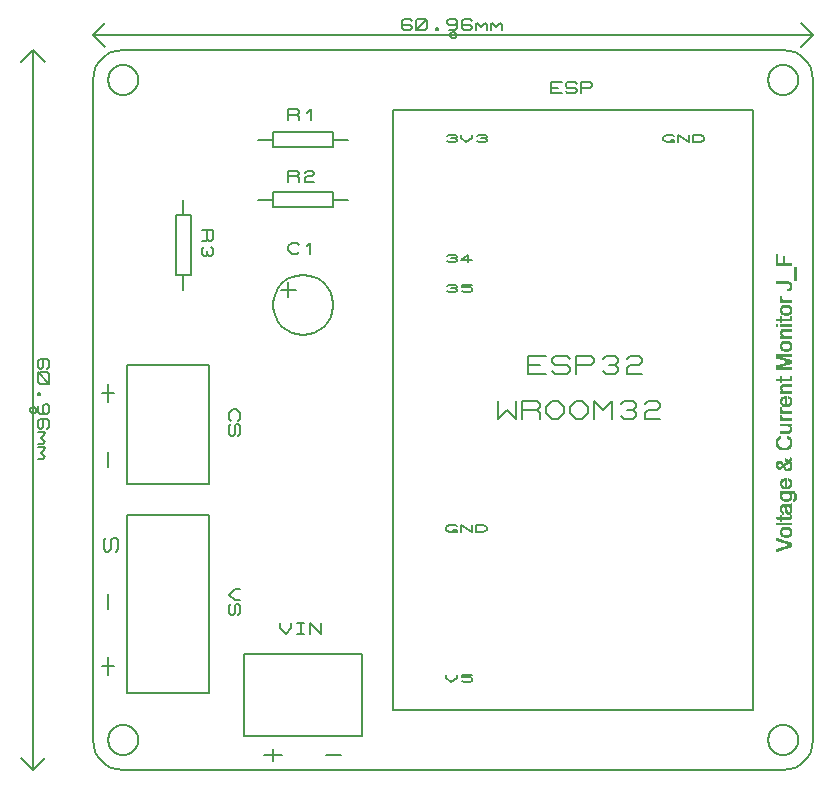
<source format=gbr>
G04 PROTEUS GERBER X2 FILE*
%TF.GenerationSoftware,Labcenter,Proteus,8.17-SP2-Build37159*%
%TF.CreationDate,2024-06-14T20:57:10+00:00*%
%TF.FileFunction,Legend,Top*%
%TF.FilePolarity,Positive*%
%TF.Part,Single*%
%TF.SameCoordinates,{55591e3b-a6ba-419d-b1af-bbe9e4acfd0b}*%
%FSLAX45Y45*%
%MOMM*%
G01*
%TA.AperFunction,Material*%
%ADD14C,0.203200*%
%TA.AperFunction,Profile*%
%ADD11C,0.203200*%
%TA.AperFunction,NonMaterial*%
%ADD15C,0.203200*%
%ADD16C,0.063500*%
%TD.AperFunction*%
D14*
X-508000Y-2540000D02*
X+2540000Y-2540000D01*
X+2540000Y+2540000D01*
X-508000Y+2540000D01*
X-508000Y-2540000D01*
X+787400Y+304800D02*
X+635000Y+304800D01*
X+635000Y+457200D01*
X+787400Y+457200D01*
X+635000Y+381000D02*
X+736600Y+381000D01*
X+838200Y+330200D02*
X+863600Y+304800D01*
X+965200Y+304800D01*
X+990600Y+330200D01*
X+990600Y+355600D01*
X+965200Y+381000D01*
X+863600Y+381000D01*
X+838200Y+406400D01*
X+838200Y+431800D01*
X+863600Y+457200D01*
X+965200Y+457200D01*
X+990600Y+431800D01*
X+1041400Y+304800D02*
X+1041400Y+457200D01*
X+1168400Y+457200D01*
X+1193800Y+431800D01*
X+1193800Y+406400D01*
X+1168400Y+381000D01*
X+1041400Y+381000D01*
X+1270000Y+431800D02*
X+1295400Y+457200D01*
X+1371600Y+457200D01*
X+1397000Y+431800D01*
X+1397000Y+406400D01*
X+1371600Y+381000D01*
X+1397000Y+355600D01*
X+1397000Y+330200D01*
X+1371600Y+304800D01*
X+1295400Y+304800D01*
X+1270000Y+330200D01*
X+1320800Y+381000D02*
X+1371600Y+381000D01*
X+1473200Y+431800D02*
X+1498600Y+457200D01*
X+1574800Y+457200D01*
X+1600200Y+431800D01*
X+1600200Y+406400D01*
X+1574800Y+381000D01*
X+1498600Y+381000D01*
X+1473200Y+355600D01*
X+1473200Y+304800D01*
X+1600200Y+304800D01*
X+381000Y+76200D02*
X+381000Y-76200D01*
X+457200Y+0D01*
X+533400Y-76200D01*
X+533400Y+76200D01*
X+584200Y-76200D02*
X+584200Y+76200D01*
X+711200Y+76200D01*
X+736600Y+50800D01*
X+736600Y+25400D01*
X+711200Y+0D01*
X+584200Y+0D01*
X+711200Y+0D02*
X+736600Y-25400D01*
X+736600Y-76200D01*
X+787400Y+25400D02*
X+838200Y+76200D01*
X+889000Y+76200D01*
X+939800Y+25400D01*
X+939800Y-25400D01*
X+889000Y-76200D01*
X+838200Y-76200D01*
X+787400Y-25400D01*
X+787400Y+25400D01*
X+990600Y+25400D02*
X+1041400Y+76200D01*
X+1092200Y+76200D01*
X+1143000Y+25400D01*
X+1143000Y-25400D01*
X+1092200Y-76200D01*
X+1041400Y-76200D01*
X+990600Y-25400D01*
X+990600Y+25400D01*
X+1193800Y-76200D02*
X+1193800Y+76200D01*
X+1270000Y+0D01*
X+1346200Y+76200D01*
X+1346200Y-76200D01*
X+1422400Y+50800D02*
X+1447800Y+76200D01*
X+1524000Y+76200D01*
X+1549400Y+50800D01*
X+1549400Y+25400D01*
X+1524000Y+0D01*
X+1549400Y-25400D01*
X+1549400Y-50800D01*
X+1524000Y-76200D01*
X+1447800Y-76200D01*
X+1422400Y-50800D01*
X+1473200Y+0D02*
X+1524000Y+0D01*
X+1625600Y+50800D02*
X+1651000Y+76200D01*
X+1727200Y+76200D01*
X+1752600Y+50800D01*
X+1752600Y+25400D01*
X+1727200Y+0D01*
X+1651000Y+0D01*
X+1625600Y-25400D01*
X+1625600Y-76200D01*
X+1752600Y-76200D01*
X+920750Y+2682240D02*
X+825500Y+2682240D01*
X+825500Y+2773680D01*
X+920750Y+2773680D01*
X+825500Y+2727960D02*
X+889000Y+2727960D01*
X+952500Y+2697480D02*
X+968375Y+2682240D01*
X+1031875Y+2682240D01*
X+1047750Y+2697480D01*
X+1047750Y+2712720D01*
X+1031875Y+2727960D01*
X+968375Y+2727960D01*
X+952500Y+2743200D01*
X+952500Y+2758440D01*
X+968375Y+2773680D01*
X+1031875Y+2773680D01*
X+1047750Y+2758440D01*
X+1079500Y+2682240D02*
X+1079500Y+2773680D01*
X+1158875Y+2773680D01*
X+1174750Y+2758440D01*
X+1174750Y+2743200D01*
X+1158875Y+2727960D01*
X+1079500Y+2727960D01*
X-2763000Y-623000D02*
X-2063000Y-623000D01*
X-2063000Y+377000D01*
X-2763000Y+377000D01*
X-2763000Y-623000D01*
X-1880120Y-91250D02*
X-1895360Y-75375D01*
X-1895360Y-27750D01*
X-1864880Y+4000D01*
X-1834400Y+4000D01*
X-1803920Y-27750D01*
X-1803920Y-75375D01*
X-1819160Y-91250D01*
X-1880120Y-123000D02*
X-1895360Y-138875D01*
X-1895360Y-202375D01*
X-1880120Y-218250D01*
X-1864880Y-218250D01*
X-1849640Y-202375D01*
X-1849640Y-138875D01*
X-1834400Y-123000D01*
X-1819160Y-123000D01*
X-1803920Y-138875D01*
X-1803920Y-202375D01*
X-1819160Y-218250D01*
X-1016000Y+889000D02*
X-1016827Y+909483D01*
X-1023545Y+950450D01*
X-1037563Y+991417D01*
X-1060341Y+1032384D01*
X-1095141Y+1073229D01*
X-1136108Y+1104845D01*
X-1177075Y+1125392D01*
X-1218042Y+1137629D01*
X-1259009Y+1142762D01*
X-1270000Y+1143000D01*
X-1524000Y+889000D02*
X-1523173Y+909483D01*
X-1516455Y+950450D01*
X-1502437Y+991417D01*
X-1479659Y+1032384D01*
X-1444859Y+1073229D01*
X-1403892Y+1104845D01*
X-1362925Y+1125392D01*
X-1321958Y+1137629D01*
X-1280991Y+1142762D01*
X-1270000Y+1143000D01*
X-1524000Y+889000D02*
X-1523173Y+868517D01*
X-1516455Y+827550D01*
X-1502437Y+786583D01*
X-1479659Y+745616D01*
X-1444859Y+704771D01*
X-1403892Y+673155D01*
X-1362925Y+652608D01*
X-1321958Y+640371D01*
X-1280991Y+635238D01*
X-1270000Y+635000D01*
X-1016000Y+889000D02*
X-1016827Y+868517D01*
X-1023545Y+827550D01*
X-1037563Y+786583D01*
X-1060341Y+745616D01*
X-1095141Y+704771D01*
X-1136108Y+673155D01*
X-1177075Y+652608D01*
X-1218042Y+640371D01*
X-1259009Y+635238D01*
X-1270000Y+635000D01*
X-1460500Y+1016000D02*
X-1333500Y+1016000D01*
X-1397000Y+1079500D02*
X-1397000Y+952500D01*
X-1302670Y+1338580D02*
X-1318545Y+1323340D01*
X-1366170Y+1323340D01*
X-1397920Y+1353820D01*
X-1397920Y+1384300D01*
X-1366170Y+1414780D01*
X-1318545Y+1414780D01*
X-1302670Y+1399540D01*
X-1239170Y+1384300D02*
X-1207420Y+1414780D01*
X-1207420Y+1323340D01*
X-1651000Y+2286000D02*
X-1524000Y+2286000D01*
X-1524000Y+2222500D02*
X-1016000Y+2222500D01*
X-1016000Y+2349500D01*
X-1524000Y+2349500D01*
X-1524000Y+2222500D01*
X-1016000Y+2286000D02*
X-889000Y+2286000D01*
X-1397000Y+2453640D02*
X-1397000Y+2545080D01*
X-1317625Y+2545080D01*
X-1301750Y+2529840D01*
X-1301750Y+2514600D01*
X-1317625Y+2499360D01*
X-1397000Y+2499360D01*
X-1317625Y+2499360D02*
X-1301750Y+2484120D01*
X-1301750Y+2453640D01*
X-1238250Y+2514600D02*
X-1206500Y+2545080D01*
X-1206500Y+2453640D01*
X-1651000Y+1778000D02*
X-1524000Y+1778000D01*
X-1524000Y+1714500D02*
X-1016000Y+1714500D01*
X-1016000Y+1841500D01*
X-1524000Y+1841500D01*
X-1524000Y+1714500D01*
X-1016000Y+1778000D02*
X-889000Y+1778000D01*
X-1397000Y+1932940D02*
X-1397000Y+2024380D01*
X-1317625Y+2024380D01*
X-1301750Y+2009140D01*
X-1301750Y+1993900D01*
X-1317625Y+1978660D01*
X-1397000Y+1978660D01*
X-1317625Y+1978660D02*
X-1301750Y+1963420D01*
X-1301750Y+1932940D01*
X-1254125Y+2009140D02*
X-1238250Y+2024380D01*
X-1190625Y+2024380D01*
X-1174750Y+2009140D01*
X-1174750Y+1993900D01*
X-1190625Y+1978660D01*
X-1238250Y+1978660D01*
X-1254125Y+1963420D01*
X-1254125Y+1932940D01*
X-1174750Y+1932940D01*
X-2286000Y+1016000D02*
X-2286000Y+1143000D01*
X-2349500Y+1143000D02*
X-2222500Y+1143000D01*
X-2222500Y+1651000D01*
X-2349500Y+1651000D01*
X-2349500Y+1143000D01*
X-2286000Y+1651000D02*
X-2286000Y+1778000D01*
X-2125980Y+1524000D02*
X-2034540Y+1524000D01*
X-2034540Y+1444625D01*
X-2049780Y+1428750D01*
X-2065020Y+1428750D01*
X-2080260Y+1444625D01*
X-2080260Y+1524000D01*
X-2080260Y+1444625D02*
X-2095500Y+1428750D01*
X-2125980Y+1428750D01*
X-2049780Y+1381125D02*
X-2034540Y+1365250D01*
X-2034540Y+1317625D01*
X-2049780Y+1301750D01*
X-2065020Y+1301750D01*
X-2080260Y+1317625D01*
X-2095500Y+1301750D01*
X-2110740Y+1301750D01*
X-2125980Y+1317625D01*
X-2125980Y+1365250D01*
X-2110740Y+1381125D01*
X-2080260Y+1349375D02*
X-2080260Y+1317625D01*
X-2763000Y-2393000D02*
X-2063000Y-2393000D01*
X-2063000Y-893000D01*
X-2763000Y-893000D01*
X-2763000Y-2393000D01*
X-1803920Y-1516000D02*
X-1849640Y-1516000D01*
X-1895360Y-1563625D01*
X-1849640Y-1611250D01*
X-1803920Y-1611250D01*
X-1880120Y-1643000D02*
X-1895360Y-1658875D01*
X-1895360Y-1722375D01*
X-1880120Y-1738250D01*
X-1864880Y-1738250D01*
X-1849640Y-1722375D01*
X-1849640Y-1658875D01*
X-1834400Y-1643000D01*
X-1819160Y-1643000D01*
X-1803920Y-1658875D01*
X-1803920Y-1722375D01*
X-1819160Y-1738250D01*
D11*
X+2921000Y-2794000D02*
X+2920573Y-2783591D01*
X+2917101Y-2762772D01*
X+2909845Y-2741953D01*
X+2898017Y-2721134D01*
X+2879920Y-2700476D01*
X+2859101Y-2684955D01*
X+2838282Y-2674970D01*
X+2817463Y-2669186D01*
X+2796644Y-2667028D01*
X+2794000Y-2667000D01*
X+2667000Y-2794000D02*
X+2667427Y-2783591D01*
X+2670899Y-2762772D01*
X+2678155Y-2741953D01*
X+2689983Y-2721134D01*
X+2708080Y-2700476D01*
X+2728899Y-2684955D01*
X+2749718Y-2674970D01*
X+2770537Y-2669186D01*
X+2791356Y-2667028D01*
X+2794000Y-2667000D01*
X+2667000Y-2794000D02*
X+2667427Y-2804409D01*
X+2670899Y-2825228D01*
X+2678155Y-2846047D01*
X+2689983Y-2866866D01*
X+2708080Y-2887524D01*
X+2728899Y-2903045D01*
X+2749718Y-2913030D01*
X+2770537Y-2918814D01*
X+2791356Y-2920972D01*
X+2794000Y-2921000D01*
X+2921000Y-2794000D02*
X+2920573Y-2804409D01*
X+2917101Y-2825228D01*
X+2909845Y-2846047D01*
X+2898017Y-2866866D01*
X+2879920Y-2887524D01*
X+2859101Y-2903045D01*
X+2838282Y-2913030D01*
X+2817463Y-2918814D01*
X+2796644Y-2920972D01*
X+2794000Y-2921000D01*
X-2667000Y-2794000D02*
X-2667427Y-2783591D01*
X-2670899Y-2762772D01*
X-2678155Y-2741953D01*
X-2689983Y-2721134D01*
X-2708080Y-2700476D01*
X-2728899Y-2684955D01*
X-2749718Y-2674970D01*
X-2770537Y-2669186D01*
X-2791356Y-2667028D01*
X-2794000Y-2667000D01*
X-2921000Y-2794000D02*
X-2920573Y-2783591D01*
X-2917101Y-2762772D01*
X-2909845Y-2741953D01*
X-2898017Y-2721134D01*
X-2879920Y-2700476D01*
X-2859101Y-2684955D01*
X-2838282Y-2674970D01*
X-2817463Y-2669186D01*
X-2796644Y-2667028D01*
X-2794000Y-2667000D01*
X-2921000Y-2794000D02*
X-2920573Y-2804409D01*
X-2917101Y-2825228D01*
X-2909845Y-2846047D01*
X-2898017Y-2866866D01*
X-2879920Y-2887524D01*
X-2859101Y-2903045D01*
X-2838282Y-2913030D01*
X-2817463Y-2918814D01*
X-2796644Y-2920972D01*
X-2794000Y-2921000D01*
X-2667000Y-2794000D02*
X-2667427Y-2804409D01*
X-2670899Y-2825228D01*
X-2678155Y-2846047D01*
X-2689983Y-2866866D01*
X-2708080Y-2887524D01*
X-2728899Y-2903045D01*
X-2749718Y-2913030D01*
X-2770537Y-2918814D01*
X-2791356Y-2920972D01*
X-2794000Y-2921000D01*
X-2667000Y+2794000D02*
X-2667427Y+2804409D01*
X-2670899Y+2825228D01*
X-2678155Y+2846047D01*
X-2689983Y+2866866D01*
X-2708080Y+2887524D01*
X-2728899Y+2903045D01*
X-2749718Y+2913030D01*
X-2770537Y+2918814D01*
X-2791356Y+2920972D01*
X-2794000Y+2921000D01*
X-2921000Y+2794000D02*
X-2920573Y+2804409D01*
X-2917101Y+2825228D01*
X-2909845Y+2846047D01*
X-2898017Y+2866866D01*
X-2879920Y+2887524D01*
X-2859101Y+2903045D01*
X-2838282Y+2913030D01*
X-2817463Y+2918814D01*
X-2796644Y+2920972D01*
X-2794000Y+2921000D01*
X-2921000Y+2794000D02*
X-2920573Y+2783591D01*
X-2917101Y+2762772D01*
X-2909845Y+2741953D01*
X-2898017Y+2721134D01*
X-2879920Y+2700476D01*
X-2859101Y+2684955D01*
X-2838282Y+2674970D01*
X-2817463Y+2669186D01*
X-2796644Y+2667028D01*
X-2794000Y+2667000D01*
X-2667000Y+2794000D02*
X-2667427Y+2783591D01*
X-2670899Y+2762772D01*
X-2678155Y+2741953D01*
X-2689983Y+2721134D01*
X-2708080Y+2700476D01*
X-2728899Y+2684955D01*
X-2749718Y+2674970D01*
X-2770537Y+2669186D01*
X-2791356Y+2667028D01*
X-2794000Y+2667000D01*
X+2921000Y+2794000D02*
X+2920573Y+2804409D01*
X+2917101Y+2825228D01*
X+2909845Y+2846047D01*
X+2898017Y+2866866D01*
X+2879920Y+2887524D01*
X+2859101Y+2903045D01*
X+2838282Y+2913030D01*
X+2817463Y+2918814D01*
X+2796644Y+2920972D01*
X+2794000Y+2921000D01*
X+2667000Y+2794000D02*
X+2667427Y+2804409D01*
X+2670899Y+2825228D01*
X+2678155Y+2846047D01*
X+2689983Y+2866866D01*
X+2708080Y+2887524D01*
X+2728899Y+2903045D01*
X+2749718Y+2913030D01*
X+2770537Y+2918814D01*
X+2791356Y+2920972D01*
X+2794000Y+2921000D01*
X+2667000Y+2794000D02*
X+2667427Y+2783591D01*
X+2670899Y+2762772D01*
X+2678155Y+2741953D01*
X+2689983Y+2721134D01*
X+2708080Y+2700476D01*
X+2728899Y+2684955D01*
X+2749718Y+2674970D01*
X+2770537Y+2669186D01*
X+2791356Y+2667028D01*
X+2794000Y+2667000D01*
X+2921000Y+2794000D02*
X+2920573Y+2783591D01*
X+2917101Y+2762772D01*
X+2909845Y+2741953D01*
X+2898017Y+2721134D01*
X+2879920Y+2700476D01*
X+2859101Y+2684955D01*
X+2838282Y+2674970D01*
X+2817463Y+2669186D01*
X+2796644Y+2667028D01*
X+2794000Y+2667000D01*
X-2794000Y-3048000D02*
X-2845183Y-3042839D01*
X-2892859Y-3028036D01*
X-2936004Y-3004615D01*
X-2973597Y-2973597D01*
X-3004615Y-2936004D01*
X-3028036Y-2892859D01*
X-3042839Y-2845183D01*
X-3048000Y-2794000D01*
X+2794000Y-3048000D02*
X+2845183Y-3042839D01*
X+2892859Y-3028036D01*
X+2936004Y-3004615D01*
X+2973597Y-2973597D01*
X+3004615Y-2936004D01*
X+3028036Y-2892859D01*
X+3042839Y-2845183D01*
X+3048000Y-2794000D01*
X+3048000Y+2794000D02*
X+3042839Y+2845183D01*
X+3028036Y+2892859D01*
X+3004615Y+2936004D01*
X+2973597Y+2973597D01*
X+2936004Y+3004615D01*
X+2892859Y+3028036D01*
X+2845183Y+3042839D01*
X+2794000Y+3048000D01*
X-3048000Y+2794000D02*
X-3042839Y+2845183D01*
X-3028036Y+2892859D01*
X-3004615Y+2936004D01*
X-2973597Y+2973597D01*
X-2936004Y+3004615D01*
X-2892859Y+3028036D01*
X-2845183Y+3042839D01*
X-2794000Y+3048000D01*
X-3048000Y+2794000D02*
X-3048000Y-2794000D01*
X-2794000Y-3048000D02*
X+2794000Y-3048000D01*
X+3048000Y-2794000D02*
X+3048000Y+2794000D01*
X+2794000Y+3048000D02*
X-2794000Y+3048000D01*
D14*
X-1774000Y-2763000D02*
X-774000Y-2763000D01*
X-774000Y-2063000D01*
X-1774000Y-2063000D01*
X-1774000Y-2763000D01*
X-1464500Y-1803920D02*
X-1464500Y-1849640D01*
X-1416875Y-1895360D01*
X-1369250Y-1849640D01*
X-1369250Y-1803920D01*
X-1321625Y-1803920D02*
X-1258125Y-1803920D01*
X-1289875Y-1803920D02*
X-1289875Y-1895360D01*
X-1321625Y-1895360D02*
X-1258125Y-1895360D01*
X-1210500Y-1895360D02*
X-1210500Y-1803920D01*
X-1115250Y-1895360D01*
X-1115250Y-1803920D01*
D15*
X-1600200Y-2921000D02*
X-1447800Y-2921000D01*
X-1524000Y-2870200D02*
X-1524000Y-2971800D01*
X-952500Y-2921000D02*
X-1079500Y-2921000D01*
X-2921000Y+63500D02*
X-2921000Y+215900D01*
X-2971800Y+139700D02*
X-2870200Y+139700D01*
X-2921000Y-2095500D02*
X-2921000Y-2247900D01*
X-2870200Y-2171700D02*
X-2971800Y-2171700D01*
X-2921000Y-1689100D02*
X-2921000Y-1562100D01*
X-2921000Y-482600D02*
X-2921000Y-355600D01*
X-63500Y-2242820D02*
X-63500Y-2273300D01*
X-15875Y-2303780D01*
X+31750Y-2273300D01*
X+31750Y-2242820D01*
X+158750Y-2242820D02*
X+79375Y-2242820D01*
X+79375Y-2263140D01*
X+142875Y-2263140D01*
X+158750Y-2273300D01*
X+158750Y-2293620D01*
X+142875Y-2303780D01*
X+95250Y-2303780D01*
X+79375Y-2293620D01*
X+0Y-1013460D02*
X+31750Y-1013460D01*
X+31750Y-1033780D01*
X-31750Y-1033780D01*
X-63500Y-1013460D01*
X-63500Y-993140D01*
X-31750Y-972820D01*
X+15875Y-972820D01*
X+31750Y-982980D01*
X+63500Y-1033780D02*
X+63500Y-972820D01*
X+158750Y-1033780D01*
X+158750Y-972820D01*
X+190500Y-1033780D02*
X+190500Y-972820D01*
X+254000Y-972820D01*
X+285750Y-993140D01*
X+285750Y-1013460D01*
X+254000Y-1033780D01*
X+190500Y-1033780D01*
X-47625Y+2319020D02*
X-31750Y+2329180D01*
X+15875Y+2329180D01*
X+31750Y+2319020D01*
X+31750Y+2308860D01*
X+15875Y+2298700D01*
X+31750Y+2288540D01*
X+31750Y+2278380D01*
X+15875Y+2268220D01*
X-31750Y+2268220D01*
X-47625Y+2278380D01*
X-15875Y+2298700D02*
X+15875Y+2298700D01*
X+63500Y+2329180D02*
X+63500Y+2298700D01*
X+111125Y+2268220D01*
X+158750Y+2298700D01*
X+158750Y+2329180D01*
X+206375Y+2319020D02*
X+222250Y+2329180D01*
X+269875Y+2329180D01*
X+285750Y+2319020D01*
X+285750Y+2308860D01*
X+269875Y+2298700D01*
X+285750Y+2288540D01*
X+285750Y+2278380D01*
X+269875Y+2268220D01*
X+222250Y+2268220D01*
X+206375Y+2278380D01*
X+238125Y+2298700D02*
X+269875Y+2298700D01*
X+1841500Y+2288540D02*
X+1873250Y+2288540D01*
X+1873250Y+2268220D01*
X+1809750Y+2268220D01*
X+1778000Y+2288540D01*
X+1778000Y+2308860D01*
X+1809750Y+2329180D01*
X+1857375Y+2329180D01*
X+1873250Y+2319020D01*
X+1905000Y+2268220D02*
X+1905000Y+2329180D01*
X+2000250Y+2268220D01*
X+2000250Y+2329180D01*
X+2032000Y+2268220D02*
X+2032000Y+2329180D01*
X+2095500Y+2329180D01*
X+2127250Y+2308860D01*
X+2127250Y+2288540D01*
X+2095500Y+2268220D01*
X+2032000Y+2268220D01*
X-47625Y+1303020D02*
X-31750Y+1313180D01*
X+15875Y+1313180D01*
X+31750Y+1303020D01*
X+31750Y+1292860D01*
X+15875Y+1282700D01*
X+31750Y+1272540D01*
X+31750Y+1262380D01*
X+15875Y+1252220D01*
X-31750Y+1252220D01*
X-47625Y+1262380D01*
X-15875Y+1282700D02*
X+15875Y+1282700D01*
X+158750Y+1272540D02*
X+63500Y+1272540D01*
X+127000Y+1313180D01*
X+127000Y+1252220D01*
X-47625Y+1049020D02*
X-31750Y+1059180D01*
X+15875Y+1059180D01*
X+31750Y+1049020D01*
X+31750Y+1038860D01*
X+15875Y+1028700D01*
X+31750Y+1018540D01*
X+31750Y+1008380D01*
X+15875Y+998220D01*
X-31750Y+998220D01*
X-47625Y+1008380D01*
X-15875Y+1028700D02*
X+15875Y+1028700D01*
X+158750Y+1059180D02*
X+79375Y+1059180D01*
X+79375Y+1038860D01*
X+142875Y+1038860D01*
X+158750Y+1028700D01*
X+158750Y+1008380D01*
X+142875Y+998220D01*
X+95250Y+998220D01*
X+79375Y+1008380D01*
X-3048000Y+3175000D02*
X+3048000Y+3175000D01*
X-3048000Y+3175000D02*
X-2946400Y+3073400D01*
X-3048000Y+3175000D02*
X-2946400Y+3276600D01*
X+3048000Y+3175000D02*
X+2946400Y+3276600D01*
X+3048000Y+3175000D02*
X+2946400Y+3073400D01*
X+25400Y+3175000D02*
X+25312Y+3177109D01*
X+24599Y+3181328D01*
X+23107Y+3185547D01*
X+20667Y+3189766D01*
X+16936Y+3193930D01*
X+12717Y+3196987D01*
X+8498Y+3198936D01*
X+4279Y+3200037D01*
X+60Y+3200400D01*
X+0Y+3200400D01*
X-25400Y+3175000D02*
X-25312Y+3177109D01*
X-24599Y+3181328D01*
X-23107Y+3185547D01*
X-20667Y+3189766D01*
X-16936Y+3193930D01*
X-12717Y+3196987D01*
X-8498Y+3198936D01*
X-4279Y+3200037D01*
X-60Y+3200400D01*
X+0Y+3200400D01*
X-25400Y+3175000D02*
X-25312Y+3172891D01*
X-24599Y+3168672D01*
X-23107Y+3164453D01*
X-20667Y+3160234D01*
X-16936Y+3156070D01*
X-12717Y+3153013D01*
X-8498Y+3151064D01*
X-4279Y+3149963D01*
X-60Y+3149600D01*
X+0Y+3149600D01*
X+25400Y+3175000D02*
X+25312Y+3172891D01*
X+24599Y+3168672D01*
X+23107Y+3164453D01*
X+20667Y+3160234D01*
X+16936Y+3156070D01*
X+12717Y+3153013D01*
X+8498Y+3151064D01*
X+4279Y+3149963D01*
X+60Y+3149600D01*
X+0Y+3149600D01*
X-349250Y+3291840D02*
X-365125Y+3307080D01*
X-412750Y+3307080D01*
X-428625Y+3291840D01*
X-428625Y+3230880D01*
X-412750Y+3215640D01*
X-365125Y+3215640D01*
X-349250Y+3230880D01*
X-349250Y+3246120D01*
X-365125Y+3261360D01*
X-428625Y+3261360D01*
X-317500Y+3230880D02*
X-317500Y+3291840D01*
X-301625Y+3307080D01*
X-238125Y+3307080D01*
X-222250Y+3291840D01*
X-222250Y+3230880D01*
X-238125Y+3215640D01*
X-301625Y+3215640D01*
X-317500Y+3230880D01*
X-317500Y+3215640D02*
X-222250Y+3307080D01*
X-142875Y+3230880D02*
X-127000Y+3230880D01*
X-127000Y+3215640D01*
X-142875Y+3215640D01*
X-142875Y+3230880D01*
X+31750Y+3276600D02*
X+15875Y+3261360D01*
X-31750Y+3261360D01*
X-47625Y+3276600D01*
X-47625Y+3291840D01*
X-31750Y+3307080D01*
X+15875Y+3307080D01*
X+31750Y+3291840D01*
X+31750Y+3230880D01*
X+15875Y+3215640D01*
X-31750Y+3215640D01*
X+158750Y+3291840D02*
X+142875Y+3307080D01*
X+95250Y+3307080D01*
X+79375Y+3291840D01*
X+79375Y+3230880D01*
X+95250Y+3215640D01*
X+142875Y+3215640D01*
X+158750Y+3230880D01*
X+158750Y+3246120D01*
X+142875Y+3261360D01*
X+79375Y+3261360D01*
X+190500Y+3215640D02*
X+190500Y+3276600D01*
X+190500Y+3261360D02*
X+206375Y+3276600D01*
X+238125Y+3246120D01*
X+269875Y+3276600D01*
X+285750Y+3261360D01*
X+285750Y+3215640D01*
X+317500Y+3215640D02*
X+317500Y+3276600D01*
X+317500Y+3261360D02*
X+333375Y+3276600D01*
X+365125Y+3246120D01*
X+396875Y+3276600D01*
X+412750Y+3261360D01*
X+412750Y+3215640D01*
X-3556000Y+3048000D02*
X-3556000Y-3048000D01*
X-3556000Y+3048000D02*
X-3657600Y+2946400D01*
X-3556000Y+3048000D02*
X-3454400Y+2946400D01*
X-3556000Y-3048000D02*
X-3454400Y-2946400D01*
X-3556000Y-3048000D02*
X-3657600Y-2946400D01*
X-3530600Y+0D02*
X-3530688Y+2109D01*
X-3531401Y+6328D01*
X-3532893Y+10547D01*
X-3535333Y+14766D01*
X-3539064Y+18930D01*
X-3543283Y+21987D01*
X-3547502Y+23936D01*
X-3551721Y+25037D01*
X-3555940Y+25400D01*
X-3556000Y+25400D01*
X-3581400Y+0D02*
X-3581312Y+2109D01*
X-3580599Y+6328D01*
X-3579107Y+10547D01*
X-3576667Y+14766D01*
X-3572936Y+18930D01*
X-3568717Y+21987D01*
X-3564498Y+23936D01*
X-3560279Y+25037D01*
X-3556060Y+25400D01*
X-3556000Y+25400D01*
X-3581400Y+0D02*
X-3581312Y-2109D01*
X-3580599Y-6328D01*
X-3579107Y-10547D01*
X-3576667Y-14766D01*
X-3572936Y-18930D01*
X-3568717Y-21987D01*
X-3564498Y-23936D01*
X-3560279Y-25037D01*
X-3556060Y-25400D01*
X-3556000Y-25400D01*
X-3530600Y+0D02*
X-3530688Y-2109D01*
X-3531401Y-6328D01*
X-3532893Y-10547D01*
X-3535333Y-14766D01*
X-3539064Y-18930D01*
X-3543283Y-21987D01*
X-3547502Y-23936D01*
X-3551721Y-25037D01*
X-3555940Y-25400D01*
X-3556000Y-25400D01*
X-3439160Y+349250D02*
X-3423920Y+365125D01*
X-3423920Y+412750D01*
X-3439160Y+428625D01*
X-3500120Y+428625D01*
X-3515360Y+412750D01*
X-3515360Y+365125D01*
X-3500120Y+349250D01*
X-3484880Y+349250D01*
X-3469640Y+365125D01*
X-3469640Y+428625D01*
X-3500120Y+317500D02*
X-3439160Y+317500D01*
X-3423920Y+301625D01*
X-3423920Y+238125D01*
X-3439160Y+222250D01*
X-3500120Y+222250D01*
X-3515360Y+238125D01*
X-3515360Y+301625D01*
X-3500120Y+317500D01*
X-3515360Y+317500D02*
X-3423920Y+222250D01*
X-3500120Y+142875D02*
X-3500120Y+127000D01*
X-3515360Y+127000D01*
X-3515360Y+142875D01*
X-3500120Y+142875D01*
X-3454400Y-31750D02*
X-3469640Y-15875D01*
X-3469640Y+31750D01*
X-3454400Y+47625D01*
X-3439160Y+47625D01*
X-3423920Y+31750D01*
X-3423920Y-15875D01*
X-3439160Y-31750D01*
X-3500120Y-31750D01*
X-3515360Y-15875D01*
X-3515360Y+31750D01*
X-3439160Y-158750D02*
X-3423920Y-142875D01*
X-3423920Y-95250D01*
X-3439160Y-79375D01*
X-3500120Y-79375D01*
X-3515360Y-95250D01*
X-3515360Y-142875D01*
X-3500120Y-158750D01*
X-3484880Y-158750D01*
X-3469640Y-142875D01*
X-3469640Y-79375D01*
X-3515360Y-190500D02*
X-3454400Y-190500D01*
X-3469640Y-190500D02*
X-3454400Y-206375D01*
X-3484880Y-238125D01*
X-3454400Y-269875D01*
X-3469640Y-285750D01*
X-3515360Y-285750D01*
X-3515360Y-317500D02*
X-3454400Y-317500D01*
X-3469640Y-317500D02*
X-3454400Y-333375D01*
X-3484880Y-365125D01*
X-3454400Y-396875D01*
X-3469640Y-412750D01*
X-3515360Y-412750D01*
D16*
X+2733020Y-1197460D02*
X+2733020Y-1182220D01*
X+2733020Y-1095860D02*
X+2733020Y-1080620D01*
X+2733020Y-968860D02*
X+2733020Y-953620D01*
X+2733020Y-476100D02*
X+2733020Y-450700D01*
X+2733020Y-293220D02*
X+2733020Y-257660D01*
X+2733020Y+346860D02*
X+2733020Y+372260D01*
X+2733020Y+448460D02*
X+2733020Y+473860D01*
X+2733020Y+712620D02*
X+2733020Y+727860D01*
X+2733020Y+1073300D02*
X+2733020Y+1088540D01*
X+2733020Y+1225700D02*
X+2733020Y+1317140D01*
X+2738100Y-1197460D02*
X+2738100Y-1177140D01*
X+2738100Y-1100940D02*
X+2738100Y-1080620D01*
X+2738100Y-968860D02*
X+2738100Y-953620D01*
X+2738100Y-918060D02*
X+2738100Y-907900D01*
X+2738100Y-486260D02*
X+2738100Y-440540D01*
X+2738100Y-303380D02*
X+2738100Y-242420D01*
X+2738100Y+255420D02*
X+2738100Y+265580D01*
X+2738100Y+346860D02*
X+2738100Y+377340D01*
X+2738100Y+443380D02*
X+2738100Y+473860D01*
X+2738100Y+712620D02*
X+2738100Y+727860D01*
X+2738100Y+763420D02*
X+2738100Y+773580D01*
X+2738100Y+1073300D02*
X+2738100Y+1088540D01*
X+2738100Y+1225700D02*
X+2738100Y+1317140D01*
X+2743180Y-1192380D02*
X+2743180Y-1177140D01*
X+2743180Y-1100940D02*
X+2743180Y-1085700D01*
X+2743180Y-968860D02*
X+2743180Y-953620D01*
X+2743180Y-923140D02*
X+2743180Y-907900D01*
X+2743180Y-491340D02*
X+2743180Y-435460D01*
X+2743180Y-313540D02*
X+2743180Y-237340D01*
X+2743180Y+250340D02*
X+2743180Y+265580D01*
X+2743180Y+346860D02*
X+2743180Y+377340D01*
X+2743180Y+443380D02*
X+2743180Y+473860D01*
X+2743180Y+712620D02*
X+2743180Y+727860D01*
X+2743180Y+758340D02*
X+2743180Y+773580D01*
X+2743180Y+1073300D02*
X+2743180Y+1088540D01*
X+2743180Y+1225700D02*
X+2743180Y+1317140D01*
X+2748260Y-1192380D02*
X+2748260Y-1177140D01*
X+2748260Y-1100940D02*
X+2748260Y-1085700D01*
X+2748260Y-968860D02*
X+2748260Y-953620D01*
X+2748260Y-923140D02*
X+2748260Y-907900D01*
X+2748260Y-491340D02*
X+2748260Y-471020D01*
X+2748260Y-455780D02*
X+2748260Y-430380D01*
X+2748260Y-318620D02*
X+2748260Y-288140D01*
X+2748260Y-257660D02*
X+2748260Y-232260D01*
X+2748260Y+250340D02*
X+2748260Y+265580D01*
X+2748260Y+346860D02*
X+2748260Y+377340D01*
X+2748260Y+443380D02*
X+2748260Y+473860D01*
X+2748260Y+758340D02*
X+2748260Y+773580D01*
X+2748260Y+1073300D02*
X+2748260Y+1088540D01*
X+2748260Y+1225700D02*
X+2748260Y+1240940D01*
X+2753340Y-1192380D02*
X+2753340Y-1172060D01*
X+2753340Y-1106020D02*
X+2753340Y-1085700D01*
X+2753340Y-968860D02*
X+2753340Y-953620D01*
X+2753340Y-923140D02*
X+2753340Y-907900D01*
X+2753340Y-496420D02*
X+2753340Y-481180D01*
X+2753340Y-445620D02*
X+2753340Y-430380D01*
X+2753340Y-318620D02*
X+2753340Y-298300D01*
X+2753340Y-247500D02*
X+2753340Y-227180D01*
X+2753340Y+250340D02*
X+2753340Y+265580D01*
X+2753340Y+346860D02*
X+2753340Y+382420D01*
X+2753340Y+438300D02*
X+2753340Y+473860D01*
X+2753340Y+758340D02*
X+2753340Y+773580D01*
X+2753340Y+1073300D02*
X+2753340Y+1088540D01*
X+2753340Y+1225700D02*
X+2753340Y+1240940D01*
X+2758420Y-1187300D02*
X+2758420Y-1172060D01*
X+2758420Y-1106020D02*
X+2758420Y-1090780D01*
X+2758420Y-968860D02*
X+2758420Y-953620D01*
X+2758420Y-923140D02*
X+2758420Y-907900D01*
X+2758420Y-496420D02*
X+2758420Y-481180D01*
X+2758420Y-445620D02*
X+2758420Y-430380D01*
X+2758420Y-323700D02*
X+2758420Y-308460D01*
X+2758420Y-242420D02*
X+2758420Y-227180D01*
X+2758420Y+250340D02*
X+2758420Y+265580D01*
X+2758420Y+346860D02*
X+2758420Y+362100D01*
X+2758420Y+367180D02*
X+2758420Y+382420D01*
X+2758420Y+438300D02*
X+2758420Y+453540D01*
X+2758420Y+458620D02*
X+2758420Y+473860D01*
X+2758420Y+758340D02*
X+2758420Y+773580D01*
X+2758420Y+1073300D02*
X+2758420Y+1088540D01*
X+2758420Y+1225700D02*
X+2758420Y+1240940D01*
X+2763500Y-1187300D02*
X+2763500Y-1172060D01*
X+2763500Y-1106020D02*
X+2763500Y-1090780D01*
X+2763500Y-968860D02*
X+2763500Y-953620D01*
X+2763500Y-923140D02*
X+2763500Y-907900D01*
X+2763500Y-496420D02*
X+2763500Y-481180D01*
X+2763500Y-445620D02*
X+2763500Y-430380D01*
X+2763500Y-328780D02*
X+2763500Y-308460D01*
X+2763500Y-242420D02*
X+2763500Y-222100D01*
X+2763500Y+250340D02*
X+2763500Y+265580D01*
X+2763500Y+346860D02*
X+2763500Y+362100D01*
X+2763500Y+367180D02*
X+2763500Y+382420D01*
X+2763500Y+438300D02*
X+2763500Y+453540D01*
X+2763500Y+458620D02*
X+2763500Y+473860D01*
X+2763500Y+758340D02*
X+2763500Y+773580D01*
X+2763500Y+1073300D02*
X+2763500Y+1088540D01*
X+2763500Y+1225700D02*
X+2763500Y+1240940D01*
X+2768580Y-1187300D02*
X+2768580Y-1166980D01*
X+2768580Y-1111100D02*
X+2768580Y-1090780D01*
X+2768580Y-1050140D02*
X+2768580Y-1014580D01*
X+2768580Y-968860D02*
X+2768580Y-953620D01*
X+2768580Y-938380D02*
X+2768580Y-887580D01*
X+2768580Y-852020D02*
X+2768580Y-816460D01*
X+2768580Y-745340D02*
X+2768580Y-714860D01*
X+2768580Y-699620D02*
X+2768580Y-684380D01*
X+2768580Y-633580D02*
X+2768580Y-603100D01*
X+2768580Y-496420D02*
X+2768580Y-481180D01*
X+2768580Y-445620D02*
X+2768580Y-430380D01*
X+2768580Y-328780D02*
X+2768580Y-313540D01*
X+2768580Y-237340D02*
X+2768580Y-222100D01*
X+2768580Y-191620D02*
X+2768580Y-176380D01*
X+2768580Y-130660D02*
X+2768580Y-115420D01*
X+2768580Y-84940D02*
X+2768580Y-69700D01*
X+2768580Y-59540D02*
X+2768580Y-39220D01*
X+2768580Y-23980D02*
X+2768580Y-8740D01*
X+2768580Y+1420D02*
X+2768580Y+21740D01*
X+2768580Y+62380D02*
X+2768580Y+92860D01*
X+2768580Y+143660D02*
X+2768580Y+158900D01*
X+2768580Y+174140D02*
X+2768580Y+199540D01*
X+2768580Y+235100D02*
X+2768580Y+285900D01*
X+2768580Y+346860D02*
X+2768580Y+362100D01*
X+2768580Y+367180D02*
X+2768580Y+387500D01*
X+2768580Y+433220D02*
X+2768580Y+453540D01*
X+2768580Y+458620D02*
X+2768580Y+473860D01*
X+2768580Y+524660D02*
X+2768580Y+560220D01*
X+2768580Y+611020D02*
X+2768580Y+626260D01*
X+2768580Y+641500D02*
X+2768580Y+666900D01*
X+2768580Y+712620D02*
X+2768580Y+727860D01*
X+2768580Y+743100D02*
X+2768580Y+793900D01*
X+2768580Y+829460D02*
X+2768580Y+865020D01*
X+2768580Y+915820D02*
X+2768580Y+931060D01*
X+2768580Y+941220D02*
X+2768580Y+961540D01*
X+2768580Y+1073300D02*
X+2768580Y+1088540D01*
X+2768580Y+1225700D02*
X+2768580Y+1240940D01*
X+2773660Y-1182220D02*
X+2773660Y-1166980D01*
X+2773660Y-1111100D02*
X+2773660Y-1095860D01*
X+2773660Y-1055220D02*
X+2773660Y-1009500D01*
X+2773660Y-968860D02*
X+2773660Y-953620D01*
X+2773660Y-938380D02*
X+2773660Y-887580D01*
X+2773660Y-862180D02*
X+2773660Y-806300D01*
X+2773660Y-750420D02*
X+2773660Y-704700D01*
X+2773660Y-699620D02*
X+2773660Y-684380D01*
X+2773660Y-643740D02*
X+2773660Y-598020D01*
X+2773660Y-491340D02*
X+2773660Y-476100D01*
X+2773660Y-450700D02*
X+2773660Y-435460D01*
X+2773660Y-328780D02*
X+2773660Y-313540D01*
X+2773660Y-191620D02*
X+2773660Y-176380D01*
X+2773660Y-130660D02*
X+2773660Y-115420D01*
X+2773660Y-84940D02*
X+2773660Y-69700D01*
X+2773660Y-64620D02*
X+2773660Y-39220D01*
X+2773660Y-23980D02*
X+2773660Y-8740D01*
X+2773660Y-3660D02*
X+2773660Y+21740D01*
X+2773660Y+52220D02*
X+2773660Y+97940D01*
X+2773660Y+143660D02*
X+2773660Y+158900D01*
X+2773660Y+163980D02*
X+2773660Y+209700D01*
X+2773660Y+235100D02*
X+2773660Y+285900D01*
X+2773660Y+346860D02*
X+2773660Y+362100D01*
X+2773660Y+372260D02*
X+2773660Y+387500D01*
X+2773660Y+433220D02*
X+2773660Y+448460D01*
X+2773660Y+458620D02*
X+2773660Y+473860D01*
X+2773660Y+519580D02*
X+2773660Y+565300D01*
X+2773660Y+611020D02*
X+2773660Y+626260D01*
X+2773660Y+631340D02*
X+2773660Y+677060D01*
X+2773660Y+712620D02*
X+2773660Y+727860D01*
X+2773660Y+743100D02*
X+2773660Y+793900D01*
X+2773660Y+824380D02*
X+2773660Y+870100D01*
X+2773660Y+915820D02*
X+2773660Y+931060D01*
X+2773660Y+936140D02*
X+2773660Y+961540D01*
X+2773660Y+1073300D02*
X+2773660Y+1088540D01*
X+2773660Y+1225700D02*
X+2773660Y+1240940D01*
X+2778740Y-1182220D02*
X+2778740Y-1161900D01*
X+2778740Y-1116180D02*
X+2778740Y-1095860D01*
X+2778740Y-1065380D02*
X+2778740Y-999340D01*
X+2778740Y-968860D02*
X+2778740Y-953620D01*
X+2778740Y-938380D02*
X+2778740Y-887580D01*
X+2778740Y-867260D02*
X+2778740Y-801220D01*
X+2778740Y-755500D02*
X+2778740Y-684380D01*
X+2778740Y-648820D02*
X+2778740Y-587860D01*
X+2778740Y-491340D02*
X+2778740Y-471020D01*
X+2778740Y-460860D02*
X+2778740Y-435460D01*
X+2778740Y-333860D02*
X+2778740Y-318620D01*
X+2778740Y-191620D02*
X+2778740Y-176380D01*
X+2778740Y-130660D02*
X+2778740Y-115420D01*
X+2778740Y-84940D02*
X+2778740Y-44300D01*
X+2778740Y-23980D02*
X+2778740Y+16660D01*
X+2778740Y+47140D02*
X+2778740Y+108100D01*
X+2778740Y+143660D02*
X+2778740Y+214780D01*
X+2778740Y+235100D02*
X+2778740Y+285900D01*
X+2778740Y+346860D02*
X+2778740Y+362100D01*
X+2778740Y+372260D02*
X+2778740Y+387500D01*
X+2778740Y+433220D02*
X+2778740Y+448460D01*
X+2778740Y+458620D02*
X+2778740Y+473860D01*
X+2778740Y+509420D02*
X+2778740Y+575460D01*
X+2778740Y+611020D02*
X+2778740Y+682140D01*
X+2778740Y+712620D02*
X+2778740Y+727860D01*
X+2778740Y+743100D02*
X+2778740Y+793900D01*
X+2778740Y+814220D02*
X+2778740Y+880260D01*
X+2778740Y+915820D02*
X+2778740Y+956460D01*
X+2778740Y+1073300D02*
X+2778740Y+1088540D01*
X+2778740Y+1225700D02*
X+2778740Y+1240940D01*
X+2783820Y-1177140D02*
X+2783820Y-1161900D01*
X+2783820Y-1116180D02*
X+2783820Y-1100940D01*
X+2783820Y-1065380D02*
X+2783820Y-1045060D01*
X+2783820Y-1019660D02*
X+2783820Y-999340D01*
X+2783820Y-968860D02*
X+2783820Y-953620D01*
X+2783820Y-923140D02*
X+2783820Y-907900D01*
X+2783820Y-872340D02*
X+2783820Y-852020D01*
X+2783820Y-821540D02*
X+2783820Y-796140D01*
X+2783820Y-760580D02*
X+2783820Y-740260D01*
X+2783820Y-714860D02*
X+2783820Y-684380D01*
X+2783820Y-653900D02*
X+2783820Y-633580D01*
X+2783820Y-608180D02*
X+2783820Y-587860D01*
X+2783820Y-486260D02*
X+2783820Y-440540D01*
X+2783820Y-333860D02*
X+2783820Y-318620D01*
X+2783820Y-191620D02*
X+2783820Y-176380D01*
X+2783820Y-130660D02*
X+2783820Y-115420D01*
X+2783820Y-84940D02*
X+2783820Y-59540D01*
X+2783820Y-23980D02*
X+2783820Y+1420D01*
X+2783820Y+42060D02*
X+2783820Y+62380D01*
X+2783820Y+87780D02*
X+2783820Y+108100D01*
X+2783820Y+143660D02*
X+2783820Y+174140D01*
X+2783820Y+194460D02*
X+2783820Y+214780D01*
X+2783820Y+250340D02*
X+2783820Y+265580D01*
X+2783820Y+346860D02*
X+2783820Y+362100D01*
X+2783820Y+372260D02*
X+2783820Y+392580D01*
X+2783820Y+428140D02*
X+2783820Y+448460D01*
X+2783820Y+458620D02*
X+2783820Y+473860D01*
X+2783820Y+509420D02*
X+2783820Y+529740D01*
X+2783820Y+555140D02*
X+2783820Y+575460D01*
X+2783820Y+611020D02*
X+2783820Y+641500D01*
X+2783820Y+661820D02*
X+2783820Y+682140D01*
X+2783820Y+712620D02*
X+2783820Y+727860D01*
X+2783820Y+758340D02*
X+2783820Y+773580D01*
X+2783820Y+814220D02*
X+2783820Y+834540D01*
X+2783820Y+859940D02*
X+2783820Y+880260D01*
X+2783820Y+915820D02*
X+2783820Y+941220D01*
X+2783820Y+1073300D02*
X+2783820Y+1088540D01*
X+2783820Y+1225700D02*
X+2783820Y+1240940D01*
X+2788900Y-1177140D02*
X+2788900Y-1161900D01*
X+2788900Y-1116180D02*
X+2788900Y-1100940D01*
X+2788900Y-1070460D02*
X+2788900Y-1050140D01*
X+2788900Y-1014580D02*
X+2788900Y-994260D01*
X+2788900Y-968860D02*
X+2788900Y-953620D01*
X+2788900Y-923140D02*
X+2788900Y-907900D01*
X+2788900Y-877420D02*
X+2788900Y-857100D01*
X+2788900Y-811380D02*
X+2788900Y-796140D01*
X+2788900Y-765660D02*
X+2788900Y-745340D01*
X+2788900Y-709780D02*
X+2788900Y-684380D01*
X+2788900Y-658980D02*
X+2788900Y-638660D01*
X+2788900Y-598020D02*
X+2788900Y-582780D01*
X+2788900Y-481180D02*
X+2788900Y-450700D01*
X+2788900Y-333860D02*
X+2788900Y-318620D01*
X+2788900Y-191620D02*
X+2788900Y-176380D01*
X+2788900Y-130660D02*
X+2788900Y-115420D01*
X+2788900Y-84940D02*
X+2788900Y-64620D01*
X+2788900Y-23980D02*
X+2788900Y-3660D01*
X+2788900Y+36980D02*
X+2788900Y+57300D01*
X+2788900Y+97940D02*
X+2788900Y+113180D01*
X+2788900Y+143660D02*
X+2788900Y+163980D01*
X+2788900Y+199540D02*
X+2788900Y+219860D01*
X+2788900Y+250340D02*
X+2788900Y+265580D01*
X+2788900Y+346860D02*
X+2788900Y+362100D01*
X+2788900Y+377340D02*
X+2788900Y+392580D01*
X+2788900Y+428140D02*
X+2788900Y+443380D01*
X+2788900Y+458620D02*
X+2788900Y+473860D01*
X+2788900Y+504340D02*
X+2788900Y+524660D01*
X+2788900Y+560220D02*
X+2788900Y+580540D01*
X+2788900Y+611020D02*
X+2788900Y+631340D01*
X+2788900Y+666900D02*
X+2788900Y+687220D01*
X+2788900Y+712620D02*
X+2788900Y+727860D01*
X+2788900Y+758340D02*
X+2788900Y+773580D01*
X+2788900Y+809140D02*
X+2788900Y+829460D01*
X+2788900Y+865020D02*
X+2788900Y+885340D01*
X+2788900Y+915820D02*
X+2788900Y+936140D01*
X+2788900Y+1073300D02*
X+2788900Y+1088540D01*
X+2788900Y+1225700D02*
X+2788900Y+1240940D01*
X+2793980Y-1177140D02*
X+2793980Y-1156820D01*
X+2793980Y-1121260D02*
X+2793980Y-1100940D01*
X+2793980Y-1070460D02*
X+2793980Y-1055220D01*
X+2793980Y-1009500D02*
X+2793980Y-994260D01*
X+2793980Y-968860D02*
X+2793980Y-953620D01*
X+2793980Y-923140D02*
X+2793980Y-907900D01*
X+2793980Y-877420D02*
X+2793980Y-862180D01*
X+2793980Y-811380D02*
X+2793980Y-796140D01*
X+2793980Y-765660D02*
X+2793980Y-750420D01*
X+2793980Y-704700D02*
X+2793980Y-684380D01*
X+2793980Y-658980D02*
X+2793980Y-643740D01*
X+2793980Y-598020D02*
X+2793980Y-582780D01*
X+2793980Y-486260D02*
X+2793980Y-460860D01*
X+2793980Y-333860D02*
X+2793980Y-318620D01*
X+2793980Y-191620D02*
X+2793980Y-176380D01*
X+2793980Y-130660D02*
X+2793980Y-115420D01*
X+2793980Y-84940D02*
X+2793980Y-69700D01*
X+2793980Y-23980D02*
X+2793980Y-8740D01*
X+2793980Y+36980D02*
X+2793980Y+52220D01*
X+2793980Y+97940D02*
X+2793980Y+113180D01*
X+2793980Y+143660D02*
X+2793980Y+163980D01*
X+2793980Y+204620D02*
X+2793980Y+219860D01*
X+2793980Y+250340D02*
X+2793980Y+265580D01*
X+2793980Y+346860D02*
X+2793980Y+362100D01*
X+2793980Y+377340D02*
X+2793980Y+392580D01*
X+2793980Y+428140D02*
X+2793980Y+443380D01*
X+2793980Y+458620D02*
X+2793980Y+473860D01*
X+2793980Y+504340D02*
X+2793980Y+519580D01*
X+2793980Y+565300D02*
X+2793980Y+580540D01*
X+2793980Y+611020D02*
X+2793980Y+631340D01*
X+2793980Y+671980D02*
X+2793980Y+687220D01*
X+2793980Y+712620D02*
X+2793980Y+727860D01*
X+2793980Y+758340D02*
X+2793980Y+773580D01*
X+2793980Y+809140D02*
X+2793980Y+824380D01*
X+2793980Y+870100D02*
X+2793980Y+885340D01*
X+2793980Y+915820D02*
X+2793980Y+931060D01*
X+2793980Y+1073300D02*
X+2793980Y+1088540D01*
X+2793980Y+1225700D02*
X+2793980Y+1306980D01*
X+2799060Y-1172060D02*
X+2799060Y-1156820D01*
X+2799060Y-1121260D02*
X+2799060Y-1106020D01*
X+2799060Y-1075540D02*
X+2799060Y-1055220D01*
X+2799060Y-1009500D02*
X+2799060Y-989180D01*
X+2799060Y-968860D02*
X+2799060Y-953620D01*
X+2799060Y-923140D02*
X+2799060Y-907900D01*
X+2799060Y-811380D02*
X+2799060Y-796140D01*
X+2799060Y-770740D02*
X+2799060Y-750420D01*
X+2799060Y-704700D02*
X+2799060Y-684380D01*
X+2799060Y-664060D02*
X+2799060Y-648820D01*
X+2799060Y-592940D02*
X+2799060Y-577700D01*
X+2799060Y-496420D02*
X+2799060Y-455780D01*
X+2799060Y-333860D02*
X+2799060Y-318620D01*
X+2799060Y-191620D02*
X+2799060Y-176380D01*
X+2799060Y-130660D02*
X+2799060Y-115420D01*
X+2799060Y-84940D02*
X+2799060Y-69700D01*
X+2799060Y-23980D02*
X+2799060Y-8740D01*
X+2799060Y+31900D02*
X+2799060Y+47140D01*
X+2799060Y+103020D02*
X+2799060Y+118260D01*
X+2799060Y+143660D02*
X+2799060Y+158900D01*
X+2799060Y+204620D02*
X+2799060Y+219860D01*
X+2799060Y+250340D02*
X+2799060Y+265580D01*
X+2799060Y+346860D02*
X+2799060Y+362100D01*
X+2799060Y+377340D02*
X+2799060Y+397660D01*
X+2799060Y+423060D02*
X+2799060Y+443380D01*
X+2799060Y+458620D02*
X+2799060Y+473860D01*
X+2799060Y+499260D02*
X+2799060Y+519580D01*
X+2799060Y+565300D02*
X+2799060Y+585620D01*
X+2799060Y+611020D02*
X+2799060Y+626260D01*
X+2799060Y+671980D02*
X+2799060Y+687220D01*
X+2799060Y+712620D02*
X+2799060Y+727860D01*
X+2799060Y+758340D02*
X+2799060Y+773580D01*
X+2799060Y+804060D02*
X+2799060Y+824380D01*
X+2799060Y+870100D02*
X+2799060Y+890420D01*
X+2799060Y+915820D02*
X+2799060Y+931060D01*
X+2799060Y+1073300D02*
X+2799060Y+1088540D01*
X+2799060Y+1225700D02*
X+2799060Y+1306980D01*
X+2804140Y-1172060D02*
X+2804140Y-1156820D01*
X+2804140Y-1121260D02*
X+2804140Y-1106020D01*
X+2804140Y-1075540D02*
X+2804140Y-1060300D01*
X+2804140Y-1004420D02*
X+2804140Y-989180D01*
X+2804140Y-968860D02*
X+2804140Y-953620D01*
X+2804140Y-923140D02*
X+2804140Y-907900D01*
X+2804140Y-821540D02*
X+2804140Y-796140D01*
X+2804140Y-770740D02*
X+2804140Y-755500D01*
X+2804140Y-699620D02*
X+2804140Y-684380D01*
X+2804140Y-664060D02*
X+2804140Y-648820D01*
X+2804140Y-592940D02*
X+2804140Y-577700D01*
X+2804140Y-501500D02*
X+2804140Y-476100D01*
X+2804140Y-471020D02*
X+2804140Y-450700D01*
X+2804140Y-333860D02*
X+2804140Y-318620D01*
X+2804140Y-191620D02*
X+2804140Y-176380D01*
X+2804140Y-130660D02*
X+2804140Y-115420D01*
X+2804140Y-84940D02*
X+2804140Y-69700D01*
X+2804140Y-23980D02*
X+2804140Y-8740D01*
X+2804140Y+31900D02*
X+2804140Y+47140D01*
X+2804140Y+103020D02*
X+2804140Y+118260D01*
X+2804140Y+143660D02*
X+2804140Y+158900D01*
X+2804140Y+204620D02*
X+2804140Y+219860D01*
X+2804140Y+250340D02*
X+2804140Y+265580D01*
X+2804140Y+346860D02*
X+2804140Y+362100D01*
X+2804140Y+382420D02*
X+2804140Y+397660D01*
X+2804140Y+423060D02*
X+2804140Y+438300D01*
X+2804140Y+458620D02*
X+2804140Y+473860D01*
X+2804140Y+499260D02*
X+2804140Y+514500D01*
X+2804140Y+570380D02*
X+2804140Y+585620D01*
X+2804140Y+611020D02*
X+2804140Y+626260D01*
X+2804140Y+671980D02*
X+2804140Y+687220D01*
X+2804140Y+712620D02*
X+2804140Y+727860D01*
X+2804140Y+758340D02*
X+2804140Y+773580D01*
X+2804140Y+804060D02*
X+2804140Y+819300D01*
X+2804140Y+875180D02*
X+2804140Y+890420D01*
X+2804140Y+915820D02*
X+2804140Y+931060D01*
X+2804140Y+1073300D02*
X+2804140Y+1088540D01*
X+2804140Y+1225700D02*
X+2804140Y+1306980D01*
X+2809220Y-1172060D02*
X+2809220Y-1151740D01*
X+2809220Y-1126340D02*
X+2809220Y-1106020D01*
X+2809220Y-1075540D02*
X+2809220Y-1060300D01*
X+2809220Y-1004420D02*
X+2809220Y-989180D01*
X+2809220Y-968860D02*
X+2809220Y-953620D01*
X+2809220Y-923140D02*
X+2809220Y-907900D01*
X+2809220Y-852020D02*
X+2809220Y-796140D01*
X+2809220Y-770740D02*
X+2809220Y-755500D01*
X+2809220Y-699620D02*
X+2809220Y-684380D01*
X+2809220Y-664060D02*
X+2809220Y-577700D01*
X+2809220Y-506580D02*
X+2809220Y-486260D01*
X+2809220Y-465940D02*
X+2809220Y-450700D01*
X+2809220Y-425300D02*
X+2809220Y-415140D01*
X+2809220Y-333860D02*
X+2809220Y-318620D01*
X+2809220Y-191620D02*
X+2809220Y-176380D01*
X+2809220Y-130660D02*
X+2809220Y-115420D01*
X+2809220Y-84940D02*
X+2809220Y-69700D01*
X+2809220Y-23980D02*
X+2809220Y-8740D01*
X+2809220Y+31900D02*
X+2809220Y+118260D01*
X+2809220Y+143660D02*
X+2809220Y+158900D01*
X+2809220Y+204620D02*
X+2809220Y+219860D01*
X+2809220Y+250340D02*
X+2809220Y+265580D01*
X+2809220Y+346860D02*
X+2809220Y+362100D01*
X+2809220Y+382420D02*
X+2809220Y+397660D01*
X+2809220Y+423060D02*
X+2809220Y+438300D01*
X+2809220Y+458620D02*
X+2809220Y+473860D01*
X+2809220Y+499260D02*
X+2809220Y+514500D01*
X+2809220Y+570380D02*
X+2809220Y+585620D01*
X+2809220Y+611020D02*
X+2809220Y+626260D01*
X+2809220Y+671980D02*
X+2809220Y+687220D01*
X+2809220Y+712620D02*
X+2809220Y+727860D01*
X+2809220Y+758340D02*
X+2809220Y+773580D01*
X+2809220Y+804060D02*
X+2809220Y+819300D01*
X+2809220Y+875180D02*
X+2809220Y+890420D01*
X+2809220Y+915820D02*
X+2809220Y+931060D01*
X+2809220Y+1073300D02*
X+2809220Y+1088540D01*
X+2809220Y+1225700D02*
X+2809220Y+1240940D01*
X+2814300Y-1166980D02*
X+2814300Y-1151740D01*
X+2814300Y-1126340D02*
X+2814300Y-1111100D01*
X+2814300Y-1075540D02*
X+2814300Y-1060300D01*
X+2814300Y-1004420D02*
X+2814300Y-989180D01*
X+2814300Y-968860D02*
X+2814300Y-953620D01*
X+2814300Y-923140D02*
X+2814300Y-907900D01*
X+2814300Y-862180D02*
X+2814300Y-796140D01*
X+2814300Y-770740D02*
X+2814300Y-755500D01*
X+2814300Y-699620D02*
X+2814300Y-684380D01*
X+2814300Y-664060D02*
X+2814300Y-577700D01*
X+2814300Y-506580D02*
X+2814300Y-491340D01*
X+2814300Y-460860D02*
X+2814300Y-445620D01*
X+2814300Y-430380D02*
X+2814300Y-410060D01*
X+2814300Y-333860D02*
X+2814300Y-318620D01*
X+2814300Y-191620D02*
X+2814300Y-176380D01*
X+2814300Y-130660D02*
X+2814300Y-115420D01*
X+2814300Y-84940D02*
X+2814300Y-69700D01*
X+2814300Y-23980D02*
X+2814300Y-8740D01*
X+2814300Y+31900D02*
X+2814300Y+118260D01*
X+2814300Y+143660D02*
X+2814300Y+158900D01*
X+2814300Y+204620D02*
X+2814300Y+219860D01*
X+2814300Y+250340D02*
X+2814300Y+265580D01*
X+2814300Y+346860D02*
X+2814300Y+362100D01*
X+2814300Y+382420D02*
X+2814300Y+402740D01*
X+2814300Y+417980D02*
X+2814300Y+438300D01*
X+2814300Y+458620D02*
X+2814300Y+473860D01*
X+2814300Y+499260D02*
X+2814300Y+514500D01*
X+2814300Y+570380D02*
X+2814300Y+585620D01*
X+2814300Y+611020D02*
X+2814300Y+626260D01*
X+2814300Y+671980D02*
X+2814300Y+687220D01*
X+2814300Y+712620D02*
X+2814300Y+727860D01*
X+2814300Y+758340D02*
X+2814300Y+773580D01*
X+2814300Y+804060D02*
X+2814300Y+819300D01*
X+2814300Y+875180D02*
X+2814300Y+890420D01*
X+2814300Y+915820D02*
X+2814300Y+931060D01*
X+2814300Y+1073300D02*
X+2814300Y+1088540D01*
X+2814300Y+1225700D02*
X+2814300Y+1240940D01*
X+2819380Y-1166980D02*
X+2819380Y-1151740D01*
X+2819380Y-1126340D02*
X+2819380Y-1111100D01*
X+2819380Y-1075540D02*
X+2819380Y-1060300D01*
X+2819380Y-1004420D02*
X+2819380Y-989180D01*
X+2819380Y-968860D02*
X+2819380Y-953620D01*
X+2819380Y-923140D02*
X+2819380Y-907900D01*
X+2819380Y-872340D02*
X+2819380Y-821540D01*
X+2819380Y-811380D02*
X+2819380Y-796140D01*
X+2819380Y-770740D02*
X+2819380Y-755500D01*
X+2819380Y-699620D02*
X+2819380Y-684380D01*
X+2819380Y-664060D02*
X+2819380Y-577700D01*
X+2819380Y-511660D02*
X+2819380Y-496420D01*
X+2819380Y-460860D02*
X+2819380Y-440540D01*
X+2819380Y-430380D02*
X+2819380Y-415140D01*
X+2819380Y-333860D02*
X+2819380Y-318620D01*
X+2819380Y-191620D02*
X+2819380Y-176380D01*
X+2819380Y-130660D02*
X+2819380Y-115420D01*
X+2819380Y-84940D02*
X+2819380Y-69700D01*
X+2819380Y-23980D02*
X+2819380Y-8740D01*
X+2819380Y+31900D02*
X+2819380Y+118260D01*
X+2819380Y+143660D02*
X+2819380Y+158900D01*
X+2819380Y+204620D02*
X+2819380Y+219860D01*
X+2819380Y+250340D02*
X+2819380Y+265580D01*
X+2819380Y+346860D02*
X+2819380Y+362100D01*
X+2819380Y+387500D02*
X+2819380Y+402740D01*
X+2819380Y+417980D02*
X+2819380Y+433220D01*
X+2819380Y+458620D02*
X+2819380Y+473860D01*
X+2819380Y+499260D02*
X+2819380Y+514500D01*
X+2819380Y+570380D02*
X+2819380Y+585620D01*
X+2819380Y+611020D02*
X+2819380Y+626260D01*
X+2819380Y+671980D02*
X+2819380Y+687220D01*
X+2819380Y+712620D02*
X+2819380Y+727860D01*
X+2819380Y+758340D02*
X+2819380Y+773580D01*
X+2819380Y+804060D02*
X+2819380Y+819300D01*
X+2819380Y+875180D02*
X+2819380Y+890420D01*
X+2819380Y+915820D02*
X+2819380Y+931060D01*
X+2819380Y+1073300D02*
X+2819380Y+1088540D01*
X+2819380Y+1225700D02*
X+2819380Y+1240940D01*
X+2824460Y-1166980D02*
X+2824460Y-1146660D01*
X+2824460Y-1131420D02*
X+2824460Y-1111100D01*
X+2824460Y-1075540D02*
X+2824460Y-1060300D01*
X+2824460Y-1004420D02*
X+2824460Y-989180D01*
X+2824460Y-968860D02*
X+2824460Y-953620D01*
X+2824460Y-923140D02*
X+2824460Y-907900D01*
X+2824460Y-872340D02*
X+2824460Y-846940D01*
X+2824460Y-811380D02*
X+2824460Y-796140D01*
X+2824460Y-770740D02*
X+2824460Y-755500D01*
X+2824460Y-699620D02*
X+2824460Y-684380D01*
X+2824460Y-664060D02*
X+2824460Y-648820D01*
X+2824460Y-511660D02*
X+2824460Y-496420D01*
X+2824460Y-455780D02*
X+2824460Y-415140D01*
X+2824460Y-328780D02*
X+2824460Y-313540D01*
X+2824460Y-232260D02*
X+2824460Y-217020D01*
X+2824460Y-191620D02*
X+2824460Y-176380D01*
X+2824460Y-130660D02*
X+2824460Y-115420D01*
X+2824460Y-84940D02*
X+2824460Y-69700D01*
X+2824460Y-23980D02*
X+2824460Y-8740D01*
X+2824460Y+31900D02*
X+2824460Y+47140D01*
X+2824460Y+143660D02*
X+2824460Y+158900D01*
X+2824460Y+204620D02*
X+2824460Y+219860D01*
X+2824460Y+250340D02*
X+2824460Y+265580D01*
X+2824460Y+346860D02*
X+2824460Y+362100D01*
X+2824460Y+387500D02*
X+2824460Y+402740D01*
X+2824460Y+417980D02*
X+2824460Y+433220D01*
X+2824460Y+458620D02*
X+2824460Y+473860D01*
X+2824460Y+499260D02*
X+2824460Y+514500D01*
X+2824460Y+570380D02*
X+2824460Y+585620D01*
X+2824460Y+611020D02*
X+2824460Y+626260D01*
X+2824460Y+671980D02*
X+2824460Y+687220D01*
X+2824460Y+712620D02*
X+2824460Y+727860D01*
X+2824460Y+758340D02*
X+2824460Y+773580D01*
X+2824460Y+804060D02*
X+2824460Y+819300D01*
X+2824460Y+875180D02*
X+2824460Y+890420D01*
X+2824460Y+915820D02*
X+2824460Y+931060D01*
X+2824460Y+1073300D02*
X+2824460Y+1088540D01*
X+2824460Y+1225700D02*
X+2824460Y+1240940D01*
X+2829540Y-1161900D02*
X+2829540Y-1146660D01*
X+2829540Y-1131420D02*
X+2829540Y-1116180D01*
X+2829540Y-1075540D02*
X+2829540Y-1060300D01*
X+2829540Y-1004420D02*
X+2829540Y-989180D01*
X+2829540Y-968860D02*
X+2829540Y-953620D01*
X+2829540Y-923140D02*
X+2829540Y-907900D01*
X+2829540Y-877420D02*
X+2829540Y-857100D01*
X+2829540Y-811380D02*
X+2829540Y-796140D01*
X+2829540Y-770740D02*
X+2829540Y-755500D01*
X+2829540Y-699620D02*
X+2829540Y-684380D01*
X+2829540Y-664060D02*
X+2829540Y-648820D01*
X+2829540Y-511660D02*
X+2829540Y-496420D01*
X+2829540Y-450700D02*
X+2829540Y-415140D01*
X+2829540Y-328780D02*
X+2829540Y-313540D01*
X+2829540Y-237340D02*
X+2829540Y-217020D01*
X+2829540Y-191620D02*
X+2829540Y-176380D01*
X+2829540Y-130660D02*
X+2829540Y-115420D01*
X+2829540Y-84940D02*
X+2829540Y-69700D01*
X+2829540Y-23980D02*
X+2829540Y-8740D01*
X+2829540Y+31900D02*
X+2829540Y+47140D01*
X+2829540Y+143660D02*
X+2829540Y+158900D01*
X+2829540Y+204620D02*
X+2829540Y+219860D01*
X+2829540Y+250340D02*
X+2829540Y+265580D01*
X+2829540Y+346860D02*
X+2829540Y+362100D01*
X+2829540Y+387500D02*
X+2829540Y+407820D01*
X+2829540Y+417980D02*
X+2829540Y+433220D01*
X+2829540Y+458620D02*
X+2829540Y+473860D01*
X+2829540Y+499260D02*
X+2829540Y+514500D01*
X+2829540Y+570380D02*
X+2829540Y+585620D01*
X+2829540Y+611020D02*
X+2829540Y+626260D01*
X+2829540Y+671980D02*
X+2829540Y+687220D01*
X+2829540Y+712620D02*
X+2829540Y+727860D01*
X+2829540Y+758340D02*
X+2829540Y+773580D01*
X+2829540Y+804060D02*
X+2829540Y+819300D01*
X+2829540Y+875180D02*
X+2829540Y+890420D01*
X+2829540Y+915820D02*
X+2829540Y+931060D01*
X+2829540Y+1012340D02*
X+2829540Y+1027580D01*
X+2829540Y+1073300D02*
X+2829540Y+1088540D01*
X+2829540Y+1225700D02*
X+2829540Y+1240940D01*
X+2834620Y-1161900D02*
X+2834620Y-1141580D01*
X+2834620Y-1136500D02*
X+2834620Y-1116180D01*
X+2834620Y-1075540D02*
X+2834620Y-1055220D01*
X+2834620Y-1009500D02*
X+2834620Y-989180D01*
X+2834620Y-968860D02*
X+2834620Y-953620D01*
X+2834620Y-923140D02*
X+2834620Y-907900D01*
X+2834620Y-877420D02*
X+2834620Y-862180D01*
X+2834620Y-811380D02*
X+2834620Y-796140D01*
X+2834620Y-770740D02*
X+2834620Y-750420D01*
X+2834620Y-704700D02*
X+2834620Y-684380D01*
X+2834620Y-664060D02*
X+2834620Y-643740D01*
X+2834620Y-511660D02*
X+2834620Y-496420D01*
X+2834620Y-445620D02*
X+2834620Y-420220D01*
X+2834620Y-328780D02*
X+2834620Y-308460D01*
X+2834620Y-237340D02*
X+2834620Y-222100D01*
X+2834620Y-191620D02*
X+2834620Y-176380D01*
X+2834620Y-130660D02*
X+2834620Y-115420D01*
X+2834620Y-84940D02*
X+2834620Y-69700D01*
X+2834620Y-23980D02*
X+2834620Y-8740D01*
X+2834620Y+31900D02*
X+2834620Y+52220D01*
X+2834620Y+143660D02*
X+2834620Y+158900D01*
X+2834620Y+204620D02*
X+2834620Y+219860D01*
X+2834620Y+250340D02*
X+2834620Y+265580D01*
X+2834620Y+346860D02*
X+2834620Y+362100D01*
X+2834620Y+392580D02*
X+2834620Y+407820D01*
X+2834620Y+412900D02*
X+2834620Y+428140D01*
X+2834620Y+458620D02*
X+2834620Y+473860D01*
X+2834620Y+499260D02*
X+2834620Y+519580D01*
X+2834620Y+565300D02*
X+2834620Y+585620D01*
X+2834620Y+611020D02*
X+2834620Y+626260D01*
X+2834620Y+671980D02*
X+2834620Y+687220D01*
X+2834620Y+712620D02*
X+2834620Y+727860D01*
X+2834620Y+758340D02*
X+2834620Y+773580D01*
X+2834620Y+804060D02*
X+2834620Y+824380D01*
X+2834620Y+870100D02*
X+2834620Y+890420D01*
X+2834620Y+915820D02*
X+2834620Y+931060D01*
X+2834620Y+1012340D02*
X+2834620Y+1027580D01*
X+2834620Y+1073300D02*
X+2834620Y+1088540D01*
X+2834620Y+1225700D02*
X+2834620Y+1240940D01*
X+2839700Y-1156820D02*
X+2839700Y-1141580D01*
X+2839700Y-1136500D02*
X+2839700Y-1121260D01*
X+2839700Y-1070460D02*
X+2839700Y-1055220D01*
X+2839700Y-1009500D02*
X+2839700Y-994260D01*
X+2839700Y-968860D02*
X+2839700Y-953620D01*
X+2839700Y-923140D02*
X+2839700Y-907900D01*
X+2839700Y-877420D02*
X+2839700Y-862180D01*
X+2839700Y-816460D02*
X+2839700Y-796140D01*
X+2839700Y-765660D02*
X+2839700Y-750420D01*
X+2839700Y-704700D02*
X+2839700Y-684380D01*
X+2839700Y-658980D02*
X+2839700Y-643740D01*
X+2839700Y-592940D02*
X+2839700Y-577700D01*
X+2839700Y-511660D02*
X+2839700Y-491340D01*
X+2839700Y-445620D02*
X+2839700Y-420220D01*
X+2839700Y-323700D02*
X+2839700Y-303380D01*
X+2839700Y-242420D02*
X+2839700Y-222100D01*
X+2839700Y-191620D02*
X+2839700Y-176380D01*
X+2839700Y-135740D02*
X+2839700Y-115420D01*
X+2839700Y-84940D02*
X+2839700Y-69700D01*
X+2839700Y-23980D02*
X+2839700Y-8740D01*
X+2839700Y+36980D02*
X+2839700Y+52220D01*
X+2839700Y+103020D02*
X+2839700Y+118260D01*
X+2839700Y+143660D02*
X+2839700Y+158900D01*
X+2839700Y+204620D02*
X+2839700Y+219860D01*
X+2839700Y+250340D02*
X+2839700Y+265580D01*
X+2839700Y+346860D02*
X+2839700Y+362100D01*
X+2839700Y+392580D02*
X+2839700Y+407820D01*
X+2839700Y+412900D02*
X+2839700Y+428140D01*
X+2839700Y+458620D02*
X+2839700Y+473860D01*
X+2839700Y+504340D02*
X+2839700Y+519580D01*
X+2839700Y+565300D02*
X+2839700Y+580540D01*
X+2839700Y+611020D02*
X+2839700Y+626260D01*
X+2839700Y+671980D02*
X+2839700Y+687220D01*
X+2839700Y+712620D02*
X+2839700Y+727860D01*
X+2839700Y+758340D02*
X+2839700Y+773580D01*
X+2839700Y+809140D02*
X+2839700Y+824380D01*
X+2839700Y+870100D02*
X+2839700Y+885340D01*
X+2839700Y+915820D02*
X+2839700Y+931060D01*
X+2839700Y+1012340D02*
X+2839700Y+1027580D01*
X+2839700Y+1073300D02*
X+2839700Y+1088540D01*
X+2839700Y+1225700D02*
X+2839700Y+1240940D01*
X+2844780Y-1156820D02*
X+2844780Y-1141580D01*
X+2844780Y-1136500D02*
X+2844780Y-1121260D01*
X+2844780Y-1070460D02*
X+2844780Y-1050140D01*
X+2844780Y-1014580D02*
X+2844780Y-994260D01*
X+2844780Y-968860D02*
X+2844780Y-953620D01*
X+2844780Y-923140D02*
X+2844780Y-907900D01*
X+2844780Y-877420D02*
X+2844780Y-862180D01*
X+2844780Y-821540D02*
X+2844780Y-796140D01*
X+2844780Y-765660D02*
X+2844780Y-745340D01*
X+2844780Y-709780D02*
X+2844780Y-684380D01*
X+2844780Y-658980D02*
X+2844780Y-638660D01*
X+2844780Y-598020D02*
X+2844780Y-582780D01*
X+2844780Y-506580D02*
X+2844780Y-491340D01*
X+2844780Y-450700D02*
X+2844780Y-415140D01*
X+2844780Y-318620D02*
X+2844780Y-298300D01*
X+2844780Y-247500D02*
X+2844780Y-227180D01*
X+2844780Y-191620D02*
X+2844780Y-171300D01*
X+2844780Y-135740D02*
X+2844780Y-115420D01*
X+2844780Y-84940D02*
X+2844780Y-69700D01*
X+2844780Y-23980D02*
X+2844780Y-8740D01*
X+2844780Y+36980D02*
X+2844780Y+57300D01*
X+2844780Y+97940D02*
X+2844780Y+113180D01*
X+2844780Y+143660D02*
X+2844780Y+158900D01*
X+2844780Y+204620D02*
X+2844780Y+219860D01*
X+2844780Y+250340D02*
X+2844780Y+265580D01*
X+2844780Y+346860D02*
X+2844780Y+362100D01*
X+2844780Y+392580D02*
X+2844780Y+407820D01*
X+2844780Y+412900D02*
X+2844780Y+428140D01*
X+2844780Y+458620D02*
X+2844780Y+473860D01*
X+2844780Y+504340D02*
X+2844780Y+524660D01*
X+2844780Y+560220D02*
X+2844780Y+580540D01*
X+2844780Y+611020D02*
X+2844780Y+626260D01*
X+2844780Y+671980D02*
X+2844780Y+687220D01*
X+2844780Y+712620D02*
X+2844780Y+727860D01*
X+2844780Y+758340D02*
X+2844780Y+773580D01*
X+2844780Y+809140D02*
X+2844780Y+829460D01*
X+2844780Y+865020D02*
X+2844780Y+885340D01*
X+2844780Y+915820D02*
X+2844780Y+931060D01*
X+2844780Y+1012340D02*
X+2844780Y+1032660D01*
X+2844780Y+1068220D02*
X+2844780Y+1083460D01*
X+2844780Y+1225700D02*
X+2844780Y+1240940D01*
X+2849860Y-1156820D02*
X+2849860Y-1141580D01*
X+2849860Y-1136500D02*
X+2849860Y-1121260D01*
X+2849860Y-1065380D02*
X+2849860Y-1045060D01*
X+2849860Y-1019660D02*
X+2849860Y-999340D01*
X+2849860Y-968860D02*
X+2849860Y-953620D01*
X+2849860Y-923140D02*
X+2849860Y-907900D01*
X+2849860Y-877420D02*
X+2849860Y-857100D01*
X+2849860Y-826620D02*
X+2849860Y-796140D01*
X+2849860Y-760580D02*
X+2849860Y-740260D01*
X+2849860Y-714860D02*
X+2849860Y-684380D01*
X+2849860Y-653900D02*
X+2849860Y-633580D01*
X+2849860Y-603100D02*
X+2849860Y-582780D01*
X+2849860Y-506580D02*
X+2849860Y-481180D01*
X+2849860Y-460860D02*
X+2849860Y-410060D01*
X+2849860Y-318620D02*
X+2849860Y-288140D01*
X+2849860Y-257660D02*
X+2849860Y-232260D01*
X+2849860Y-186540D02*
X+2849860Y-166220D01*
X+2849860Y-145900D02*
X+2849860Y-115420D01*
X+2849860Y-84940D02*
X+2849860Y-69700D01*
X+2849860Y-23980D02*
X+2849860Y-8740D01*
X+2849860Y+42060D02*
X+2849860Y+62380D01*
X+2849860Y+92860D02*
X+2849860Y+113180D01*
X+2849860Y+143660D02*
X+2849860Y+158900D01*
X+2849860Y+204620D02*
X+2849860Y+219860D01*
X+2849860Y+250340D02*
X+2849860Y+265580D01*
X+2849860Y+346860D02*
X+2849860Y+362100D01*
X+2849860Y+397660D02*
X+2849860Y+423060D01*
X+2849860Y+458620D02*
X+2849860Y+473860D01*
X+2849860Y+509420D02*
X+2849860Y+529740D01*
X+2849860Y+555140D02*
X+2849860Y+575460D01*
X+2849860Y+611020D02*
X+2849860Y+626260D01*
X+2849860Y+671980D02*
X+2849860Y+687220D01*
X+2849860Y+712620D02*
X+2849860Y+727860D01*
X+2849860Y+758340D02*
X+2849860Y+773580D01*
X+2849860Y+814220D02*
X+2849860Y+834540D01*
X+2849860Y+859940D02*
X+2849860Y+880260D01*
X+2849860Y+915820D02*
X+2849860Y+931060D01*
X+2849860Y+1017420D02*
X+2849860Y+1037740D01*
X+2849860Y+1063140D02*
X+2849860Y+1083460D01*
X+2849860Y+1225700D02*
X+2849860Y+1240940D01*
X+2854940Y-1151740D02*
X+2854940Y-1126340D01*
X+2854940Y-1065380D02*
X+2854940Y-999340D01*
X+2854940Y-968860D02*
X+2854940Y-953620D01*
X+2854940Y-923140D02*
X+2854940Y-887580D01*
X+2854940Y-872340D02*
X+2854940Y-796140D01*
X+2854940Y-755500D02*
X+2854940Y-684380D01*
X+2854940Y-653900D02*
X+2854940Y-587860D01*
X+2854940Y-501500D02*
X+2854940Y-435460D01*
X+2854940Y-425300D02*
X+2854940Y-399900D01*
X+2854940Y-313540D02*
X+2854940Y-237340D01*
X+2854940Y-186540D02*
X+2854940Y-135740D01*
X+2854940Y-130660D02*
X+2854940Y-115420D01*
X+2854940Y-84940D02*
X+2854940Y-69700D01*
X+2854940Y-23980D02*
X+2854940Y-8740D01*
X+2854940Y+42060D02*
X+2854940Y+108100D01*
X+2854940Y+143660D02*
X+2854940Y+158900D01*
X+2854940Y+204620D02*
X+2854940Y+219860D01*
X+2854940Y+250340D02*
X+2854940Y+285900D01*
X+2854940Y+346860D02*
X+2854940Y+362100D01*
X+2854940Y+397660D02*
X+2854940Y+423060D01*
X+2854940Y+458620D02*
X+2854940Y+473860D01*
X+2854940Y+509420D02*
X+2854940Y+575460D01*
X+2854940Y+611020D02*
X+2854940Y+626260D01*
X+2854940Y+671980D02*
X+2854940Y+687220D01*
X+2854940Y+712620D02*
X+2854940Y+727860D01*
X+2854940Y+758340D02*
X+2854940Y+793900D01*
X+2854940Y+814220D02*
X+2854940Y+880260D01*
X+2854940Y+915820D02*
X+2854940Y+931060D01*
X+2854940Y+1017420D02*
X+2854940Y+1078380D01*
X+2854940Y+1225700D02*
X+2854940Y+1240940D01*
X+2860020Y-1151740D02*
X+2860020Y-1126340D01*
X+2860020Y-1055220D02*
X+2860020Y-1009500D01*
X+2860020Y-968860D02*
X+2860020Y-953620D01*
X+2860020Y-918060D02*
X+2860020Y-887580D01*
X+2860020Y-867260D02*
X+2860020Y-816460D01*
X+2860020Y-811380D02*
X+2860020Y-796140D01*
X+2860020Y-750420D02*
X+2860020Y-704700D01*
X+2860020Y-699620D02*
X+2860020Y-684380D01*
X+2860020Y-643740D02*
X+2860020Y-592940D01*
X+2860020Y-496420D02*
X+2860020Y-440540D01*
X+2860020Y-420220D02*
X+2860020Y-404980D01*
X+2860020Y-303380D02*
X+2860020Y-242420D01*
X+2860020Y-181460D02*
X+2860020Y-140820D01*
X+2860020Y-130660D02*
X+2860020Y-115420D01*
X+2860020Y-84940D02*
X+2860020Y-69700D01*
X+2860020Y-23980D02*
X+2860020Y-8740D01*
X+2860020Y+52220D02*
X+2860020Y+103020D01*
X+2860020Y+143660D02*
X+2860020Y+158900D01*
X+2860020Y+204620D02*
X+2860020Y+219860D01*
X+2860020Y+255420D02*
X+2860020Y+285900D01*
X+2860020Y+346860D02*
X+2860020Y+362100D01*
X+2860020Y+397660D02*
X+2860020Y+423060D01*
X+2860020Y+458620D02*
X+2860020Y+473860D01*
X+2860020Y+519580D02*
X+2860020Y+565300D01*
X+2860020Y+611020D02*
X+2860020Y+626260D01*
X+2860020Y+671980D02*
X+2860020Y+687220D01*
X+2860020Y+712620D02*
X+2860020Y+727860D01*
X+2860020Y+763420D02*
X+2860020Y+793900D01*
X+2860020Y+824380D02*
X+2860020Y+870100D01*
X+2860020Y+915820D02*
X+2860020Y+931060D01*
X+2860020Y+1022500D02*
X+2860020Y+1073300D01*
X+2860020Y+1225700D02*
X+2860020Y+1240940D01*
X+2865100Y-1151740D02*
X+2865100Y-1126340D01*
X+2865100Y-1050140D02*
X+2865100Y-1019660D01*
X+2865100Y-968860D02*
X+2865100Y-953620D01*
X+2865100Y-912980D02*
X+2865100Y-887580D01*
X+2865100Y-862180D02*
X+2865100Y-826620D01*
X+2865100Y-806300D02*
X+2865100Y-791060D01*
X+2865100Y-745340D02*
X+2865100Y-709780D01*
X+2865100Y-699620D02*
X+2865100Y-684380D01*
X+2865100Y-633580D02*
X+2865100Y-603100D01*
X+2865100Y-486260D02*
X+2865100Y-455780D01*
X+2865100Y-415140D02*
X+2865100Y-410060D01*
X+2865100Y-293220D02*
X+2865100Y-252580D01*
X+2865100Y-171300D02*
X+2865100Y-145900D01*
X+2865100Y-130660D02*
X+2865100Y-115420D01*
X+2865100Y-84940D02*
X+2865100Y-69700D01*
X+2865100Y-23980D02*
X+2865100Y-8740D01*
X+2865100Y+62380D02*
X+2865100Y+92860D01*
X+2865100Y+143660D02*
X+2865100Y+158900D01*
X+2865100Y+204620D02*
X+2865100Y+219860D01*
X+2865100Y+260500D02*
X+2865100Y+285900D01*
X+2865100Y+346860D02*
X+2865100Y+362100D01*
X+2865100Y+402740D02*
X+2865100Y+417980D01*
X+2865100Y+458620D02*
X+2865100Y+473860D01*
X+2865100Y+524660D02*
X+2865100Y+555140D01*
X+2865100Y+611020D02*
X+2865100Y+626260D01*
X+2865100Y+671980D02*
X+2865100Y+687220D01*
X+2865100Y+712620D02*
X+2865100Y+727860D01*
X+2865100Y+768500D02*
X+2865100Y+793900D01*
X+2865100Y+829460D02*
X+2865100Y+859940D01*
X+2865100Y+915820D02*
X+2865100Y+931060D01*
X+2865100Y+1032660D02*
X+2865100Y+1068220D01*
X+2865100Y+1225700D02*
X+2865100Y+1240940D01*
X+2870180Y-699620D02*
X+2870180Y-684380D01*
X+2875260Y-770740D02*
X+2875260Y-755500D01*
X+2875260Y-699620D02*
X+2875260Y-684380D01*
X+2880340Y-770740D02*
X+2880340Y-750420D01*
X+2880340Y-704700D02*
X+2880340Y-689460D01*
X+2885420Y-770740D02*
X+2885420Y-745340D01*
X+2885420Y-714860D02*
X+2885420Y-689460D01*
X+2890500Y-765660D02*
X+2890500Y-694540D01*
X+2890500Y+1098700D02*
X+2890500Y+1210460D01*
X+2895580Y-760580D02*
X+2895580Y-699620D01*
X+2895580Y+1098700D02*
X+2895580Y+1210460D01*
X+2900660Y-750420D02*
X+2900660Y-709780D01*
X+2900660Y+1098700D02*
X+2900660Y+1210460D01*
D15*
X-2857760Y-1200000D02*
X-2837440Y-1180950D01*
X-2837440Y-1104750D01*
X-2857760Y-1085700D01*
X-2878080Y-1085700D01*
X-2898400Y-1104750D01*
X-2898400Y-1180950D01*
X-2918720Y-1200000D01*
X-2939040Y-1200000D01*
X-2959360Y-1180950D01*
X-2959360Y-1104750D01*
X-2939040Y-1085700D01*
M02*

</source>
